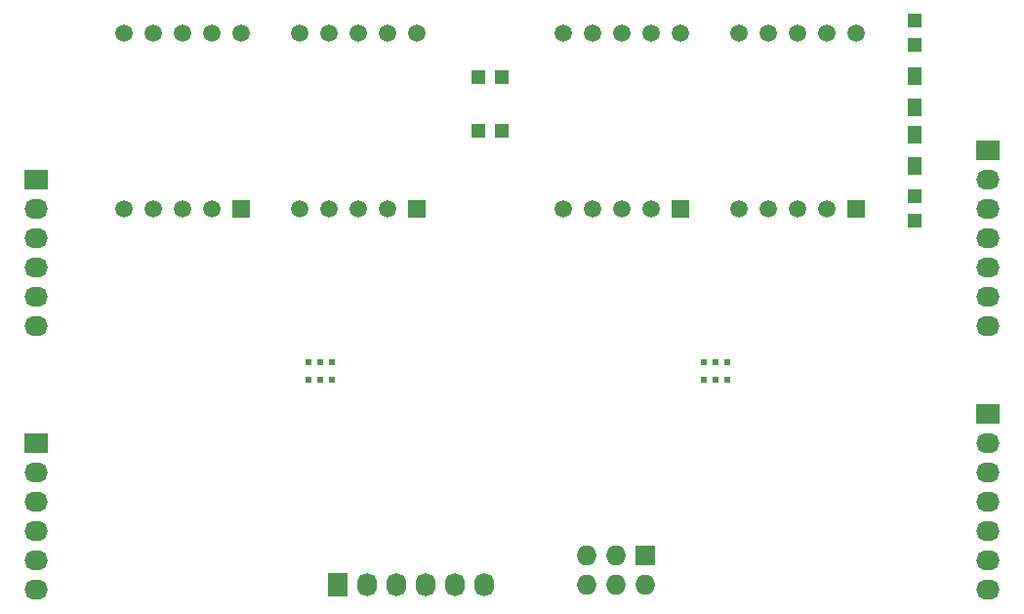
<source format=gbs>
G04 #@! TF.FileFunction,Soldermask,Bot*
%FSLAX46Y46*%
G04 Gerber Fmt 4.6, Leading zero omitted, Abs format (unit mm)*
G04 Created by KiCad (PCBNEW 0.201508140901+6091~28~ubuntu14.04.1-product) date Tue 08 Dec 2015 09:17:10 PM CET*
%MOMM*%
G01*
G04 APERTURE LIST*
%ADD10C,0.100000*%
%ADD11R,1.500000X1.500000*%
%ADD12C,1.500000*%
%ADD13R,1.198880X1.198880*%
%ADD14R,2.032000X1.727200*%
%ADD15O,2.032000X1.727200*%
%ADD16R,1.300000X1.500000*%
%ADD17R,1.727200X1.727200*%
%ADD18O,1.727200X1.727200*%
%ADD19R,1.727200X2.032000*%
%ADD20O,1.727200X2.032000*%
%ADD21C,0.609600*%
G04 APERTURE END LIST*
D10*
D11*
X190500000Y-63500000D03*
D12*
X187960000Y-63500000D03*
X185420000Y-63500000D03*
X182880000Y-63500000D03*
X180340000Y-63500000D03*
X180340000Y-48260000D03*
X182880000Y-48260000D03*
X185420000Y-48260000D03*
X187960000Y-48260000D03*
X190500000Y-48260000D03*
D11*
X175260000Y-63500000D03*
D12*
X172720000Y-63500000D03*
X170180000Y-63500000D03*
X167640000Y-63500000D03*
X165100000Y-63500000D03*
X165100000Y-48260000D03*
X167640000Y-48260000D03*
X170180000Y-48260000D03*
X172720000Y-48260000D03*
X175260000Y-48260000D03*
D11*
X152400000Y-63500000D03*
D12*
X149860000Y-63500000D03*
X147320000Y-63500000D03*
X144780000Y-63500000D03*
X142240000Y-63500000D03*
X142240000Y-48260000D03*
X144780000Y-48260000D03*
X147320000Y-48260000D03*
X149860000Y-48260000D03*
X152400000Y-48260000D03*
D11*
X137160000Y-63500000D03*
D12*
X134620000Y-63500000D03*
X132080000Y-63500000D03*
X129540000Y-63500000D03*
X127000000Y-63500000D03*
X127000000Y-48260000D03*
X129540000Y-48260000D03*
X132080000Y-48260000D03*
X134620000Y-48260000D03*
X137160000Y-48260000D03*
D13*
X159799020Y-56769000D03*
X157700980Y-56769000D03*
X159799020Y-52070000D03*
X157700980Y-52070000D03*
X195580000Y-49309020D03*
X195580000Y-47210980D03*
X195580000Y-62450980D03*
X195580000Y-64549020D03*
D14*
X119380000Y-83820000D03*
D15*
X119380000Y-86360000D03*
X119380000Y-88900000D03*
X119380000Y-91440000D03*
X119380000Y-93980000D03*
X119380000Y-96520000D03*
D14*
X201930000Y-81280000D03*
D15*
X201930000Y-83820000D03*
X201930000Y-86360000D03*
X201930000Y-88900000D03*
X201930000Y-91440000D03*
X201930000Y-93980000D03*
X201930000Y-96520000D03*
D16*
X195580000Y-51990000D03*
X195580000Y-54690000D03*
X195580000Y-59770000D03*
X195580000Y-57070000D03*
D17*
X172212000Y-93599000D03*
D18*
X172212000Y-96139000D03*
X169672000Y-93599000D03*
X169672000Y-96139000D03*
X167132000Y-93599000D03*
X167132000Y-96139000D03*
D14*
X119380000Y-60960000D03*
D15*
X119380000Y-63500000D03*
X119380000Y-66040000D03*
X119380000Y-68580000D03*
X119380000Y-71120000D03*
X119380000Y-73660000D03*
D14*
X201930000Y-58420000D03*
D15*
X201930000Y-60960000D03*
X201930000Y-63500000D03*
X201930000Y-66040000D03*
X201930000Y-68580000D03*
X201930000Y-71120000D03*
X201930000Y-73660000D03*
D19*
X145542000Y-96139000D03*
D20*
X148082000Y-96139000D03*
X150622000Y-96139000D03*
X153162000Y-96139000D03*
X155702000Y-96139000D03*
X158242000Y-96139000D03*
D21*
X143002000Y-78359000D03*
X144018000Y-78359000D03*
X145034000Y-78359000D03*
X144018000Y-76835000D03*
X143002000Y-76835000D03*
X145034000Y-76835000D03*
X177292000Y-78359000D03*
X178308000Y-78359000D03*
X179324000Y-78359000D03*
X178308000Y-76835000D03*
X177292000Y-76835000D03*
X179324000Y-76835000D03*
M02*

</source>
